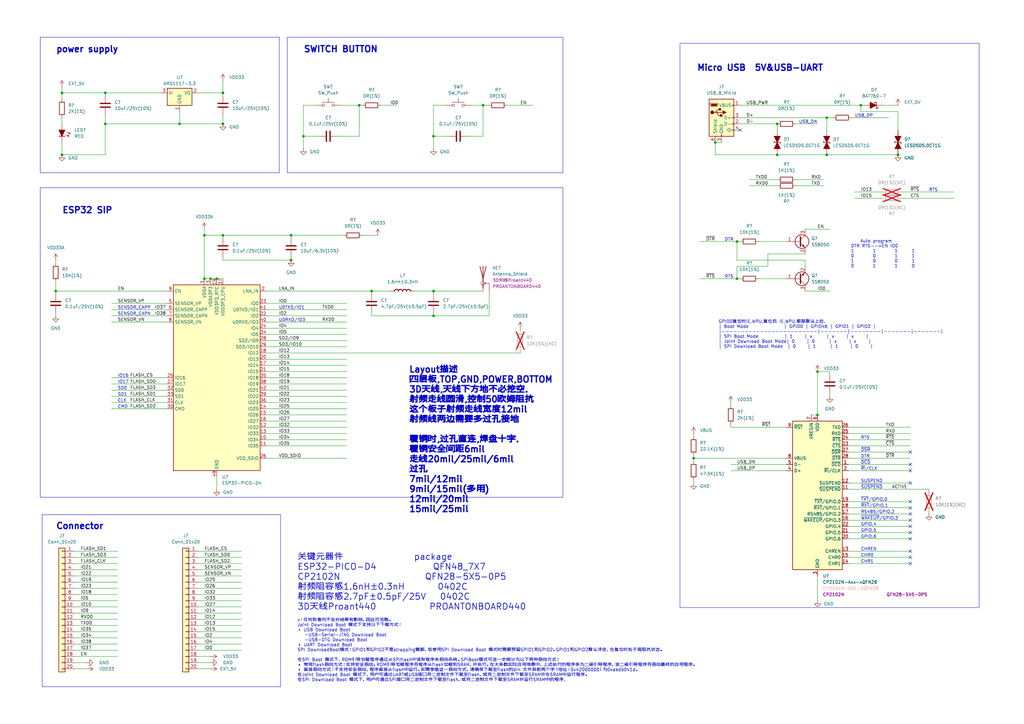
<source format=kicad_sch>
(kicad_sch (version 20250114) (generator "eeschema") (generator_version "9.0")
  (paper "A3")
  (rectangle (start 16.51 15.24) (end 114.554 70.866))
  (rectangle (start 278.892 17.78) (end 401.574 249.174))
  (rectangle (start 16.51 76.962) (end 230.886 203.962))
  (rectangle (start 17.272 211.074) (end 115.062 281.686))
  (rectangle (start 117.856 15.24) (end 230.886 70.866))
  (text "USB_DN" (at 327.66 50.8 0) (effects (font (size 1.27 1.27)) (justify left bottom)))
  (text "CHR1" (at 353.06 231.14 0) (effects (font (size 1.27 1.27)) (justify left bottom)))
  (text "~{DSR}" (at 353.06 185.42 0) (effects (font (size 1.27 1.27)) (justify left bottom)))
  (text "~{TXT}/GPIO.0" (at 353.06 205.74 0) (effects (font (size 1.27 1.27)) (justify left bottom)))
  (text "IO16" (at 48.26 154.94 0) (effects (font (size 1.27 1.27)) (justify left bottom)))
  (text "U0TXD/IO1" (at 114.3 127 0) (effects (font (size 1.27 1.27)) (justify left bottom)))
  (text "power supply" (exclude_from_sim yes) (at 22.86 20.32 0) (effects (font (size 2.54 2.54) (thickness 0.508) (bold yes)) (justify left)))
  (text "Connector" (at 22.86 215.9 0) (effects (font (size 2.54 2.54) (thickness 0.508) (bold yes)) (justify left)))
  (text "Layout描述\n四层板,TOP,GND,POWER,BOTTOM\n3D天线,天线下方地不必挖空.\n射频走线圆滑,控制50欧姆阻抗\n这个板子射频走线宽度12mil\n射频线两边需要多过孔接地\n\n覆铜时,过孔直连,焊盘十字.\n覆铜安全间距6mil\n走线20mil/25mil/6mil\n过孔 \n7mil/12mil\n9mil/15mil(多用)\n12mil/20mil\n15mil/25mil" (exclude_from_sim yes) (at 167.64 180.34 0) (effects (font (size 2.54 2.54) (thickness 0.508) (bold yes)) (justify left)))
  (text "RTS" (at 353.06 180.34 0) (effects (font (size 1.27 1.27)) (justify left bottom)))
  (text "SD0" (at 48.26 160.02 0) (effects (font (size 1.27 1.27)) (justify left bottom)))
  (text "SUSPEND" (at 353.06 198.12 0) (effects (font (size 1.27 1.27)) (justify left bottom)))
  (text "~{SUSPEND}" (at 353.06 200.66 0) (effects (font (size 1.27 1.27)) (justify left bottom)))
  (text "~{DCD}" (at 353.06 190.5 0) (effects (font (size 1.27 1.27)) (justify left bottom)))
  (text "~{WAKEUP}/GPIO.3" (at 353.06 213.36 0) (effects (font (size 1.27 1.27)) (justify left bottom)))
  (text "SWITCH BUTTON" (at 124.46 20.32 0) (effects (font (size 2.54 2.54) (thickness 0.508) (bold yes)) (justify left)))
  (text "RTS" (at 297.18 114.3 0) (effects (font (size 1.27 1.27)) (justify left bottom)))
  (text "关键元器件               package\nESP32-PICO-D4            QFN48_7X7 	\nCP2102N                  QFN28-5X5-0P5\n射频阻容感1.6nH±0.3nH       0402C\n射频阻容感2.7pF±0.5pF/25V   0402C\n3D天线Proant440 		  PROANTONBOARD440" (exclude_from_sim yes) (at 121.92 238.76 0) (effects (font (size 2.54 2.54) (thickness 0.254) (bold yes)) (justify left)))
  (text "USB_DP" (at 350.52 48.26 0) (effects (font (size 1.27 1.27)) (justify left bottom)))
  (text "DTR" (at 297.18 99.06 0) (effects (font (size 1.27 1.27)) (justify left bottom)))
  (text "CHR0" (at 353.06 228.6 0) (effects (font (size 1.27 1.27)) (justify left bottom)))
  (text "~{RXT}/GPIO.1" (at 353.06 208.28 0) (effects (font (size 1.27 1.27)) (justify left bottom)))
  (text "Micro USB  5V&USB-UART" (at 285.75 27.94 0) (effects (font (size 2.54 2.54) (thickness 0.508) (bold yes)) (justify left)))
  (text "CMD" (at 48.26 167.64 0) (effects (font (size 1.27 1.27)) (justify left bottom)))
  (text "GPIO.4" (at 353.06 215.9 0) (effects (font (size 1.27 1.27)) (justify left bottom)))
  (text "RS485/GPIO.2" (at 353.06 210.82 0) (effects (font (size 1.27 1.27)) (justify left bottom)))
  (text "ESP32 SIP\n" (at 25.4 86.36 0) (effects (font (size 2.54 2.54) (thickness 0.508) (bold yes)) (justify left)))
  (text "     Auto program\n DTR RTS-->EN IO0\n 1        1        1      1\n 0        0        1      1\n 1        0        0      1\n 0        1        1      0" (at 347.98 104.14 0) (effects (font (size 1.27 1.27)) (justify left)))
  (text "IO17" (at 48.26 157.48 0) (effects (font (size 1.27 1.27)) (justify left bottom)))
  (text "GPIO0复位时IE,WPU,复位后 IE,WPU,都是默认上拉.\n| Boot Mode               | GPIO0 | GPIO46 | GPIO1 | GPIO2 |\n|-------------------------|-------|--------|-------|-------|\n| SPI Boot Mode           | 1     | x      | x     | x     |\n| Joint Download Boot Mode| 0     | 0      | x     | x     |\n| SPI Download Boot Mode  | 0     | 1      | 1     | 0     |" (at 294.64 137.16 0) (effects (font (size 1.27 1.27)) (justify left)))
  (text "~{RI}/CLK" (at 353.06 193.04 0) (effects (font (size 1.27 1.27)) (justify left bottom)))
  (text "U0RXD/IO3" (at 114.3 132.08 0) (effects (font (size 1.27 1.27)) (justify left bottom)))
  (text "GPIO.5" (at 353.06 218.44 0) (effects (font (size 1.27 1.27)) (justify left bottom)))
  (text "DTR" (at 353.06 187.96 0) (effects (font (size 1.27 1.27)) (justify left bottom)))
  (text "CLK" (at 48.26 165.1 0) (effects (font (size 1.27 1.27)) (justify left bottom)))
  (text "CHREN" (at 353.06 226.06 0) (effects (font (size 1.27 1.27)) (justify left bottom)))
  (text "RTS" (at 381 78.74 0) (effects (font (size 1.27 1.27)) (justify left bottom)))
  (text "x：任何取值均不会对结果有影响，因此可忽略。\nJoint Download Boot 模式下支持以下下载方式：\n• USB Download Boot\n   -USB-Serial-JTAG Download Boot\n   -USB-OTG Download Boot\n• UART Download Boot\nSPI DownloadBoot模式：GPIO1和GPIO2不是strapping管脚，但使用SPI Download Boot 模式时需要预留GPIO1和GPIO2。GPIO1和GPIO2默认浮空，在复位时处于高阻抗状态。\n\n在SPI Boot 模式下，ROM引导加载程序通过从SPIflash中读取程序来启动系统。SPIBoot模式可进一步细分为以下两种启动方式：\n• 常规flash启动方式：支持安全启动。ROM引导加载程序将程序从flash加载到SRAM，并执行。在大多数实际应用场景中，上述执行的程序多为二级引导程序，该二级引导程序将启动最终的应用程序。\n• 直接启动方式：不支持安全启动，程序直接从flash中运行。如需使能这一启动方式，请确保下载至flash的bin 文件其前两个字（地址：0x42000000）为0xaedb041d。\n在Joint Download Boot 模式下，用户可通过UART或USB接口将二进制文件下载至flash，或将二进制文件下载至SRAM并在SRAM中运行程序。\n在SPI Download Boot 模式下，用户可通过SPI接口将二进制文件下载至flash，或将二进制文件下载至SRAM并运行SRAM中的程序." (at 121.92 266.7 0) (effects (font (size 1.27 1.27)) (justify left)))
  (text "SENSOR_CAPN" (at 48.26 129.54 0) (effects (font (size 1.27 1.27)) (justify left bottom)))
  (text "GPIO.6" (at 353.06 220.98 0) (effects (font (size 1.27 1.27)) (justify left bottom)))
  (text "SD1" (at 48.26 162.56 0) (effects (font (size 1.27 1.27)) (justify left bottom)))
  (text "SENSOR_CAPP" (at 48.26 127 0) (effects (font (size 1.27 1.27)) (justify left bottom)))
  (junction (at 177.8 129.54))
  (junction (at 177.8 55.88))
  (junction (at 152.4 119.38))
  (junction (at 43.18 50.8))
  (junction (at 88.9 114.3))
  (junction (at 177.8 119.38))
  (junction (at 119.38 106.68))
  (junction (at 318.77 50.8))
  (junction (at 83.82 96.52))
  (junction (at 86.36 114.3))
  (junction (at 302.26 114.3))
  (junction (at 119.38 96.52))
  (junction (at 339.09 63.5))
  (junction (at 73.66 50.8))
  (junction (at 335.28 152.4))
  (junction (at 284.48 187.96))
  (junction (at 302.26 99.06))
  (junction (at 25.4 38.1))
  (junction (at 147.32 43.18))
  (junction (at 339.09 48.26))
  (junction (at 353.06 43.18))
  (junction (at 83.82 114.3))
  (junction (at 368.3 63.5))
  (junction (at 91.44 38.1))
  (junction (at 25.4 63.5))
  (junction (at 91.44 96.52))
  (junction (at 22.86 119.38))
  (junction (at 43.18 38.1))
  (junction (at 318.77 63.5))
  (junction (at 293.37 58.42))
  (junction (at 335.28 170.18))
  (junction (at 91.44 50.8))
  (junction (at 124.46 55.88))
  (junction (at 198.12 43.18))
  (no_connect (at 373.38 190.5))
  (no_connect (at 373.38 205.74))
  (no_connect (at 373.38 220.98))
  (no_connect (at 373.38 218.44))
  (no_connect (at 303.53 53.34))
  (no_connect (at 373.38 213.36))
  (no_connect (at 373.38 208.28))
  (no_connect (at 373.38 210.82))
  (no_connect (at 373.38 231.14))
  (no_connect (at 373.38 193.04))
  (no_connect (at 373.38 226.06))
  (no_connect (at 373.38 198.12))
  (no_connect (at 373.38 215.9))
  (no_connect (at 373.38 228.6))
  (no_connect (at 373.38 185.42))
  (wire (pts (xy 208.026 43.18) (xy 218.44 43.18)))
  (wire (pts (xy 177.8 120.65) (xy 177.8 119.38)))
  (wire (pts (xy 91.44 96.52) (xy 91.44 97.79)))
  (wire (pts (xy 83.82 96.52) (xy 91.44 96.52)))
  (wire (pts (xy 30.48 254) (xy 48.26 254)))
  (wire (pts (xy 30.48 241.3) (xy 48.26 241.3)))
  (wire (pts (xy 330.2 106.68) (xy 330.2 109.22)))
  (wire (pts (xy 330.2 93.98) (xy 340.36 93.98)))
  (wire (pts (xy 138.43 55.88) (xy 147.32 55.88)))
  (wire (pts (xy 198.12 43.18) (xy 193.04 43.18)))
  (wire (pts (xy 303.53 48.26) (xy 339.09 48.26)))
  (wire (pts (xy 293.37 58.42) (xy 295.91 58.42)))
  (wire (pts (xy 177.8 119.38) (xy 198.12 119.38)))
  (wire (pts (xy 147.32 43.18) (xy 139.7 43.18)))
  (wire (pts (xy 213.36 143.51) (xy 213.36 144.78)))
  (wire (pts (xy 30.48 248.92) (xy 48.26 248.92)))
  (wire (pts (xy 142.24 154.94) (xy 109.22 154.94)))
  (wire (pts (xy 30.48 259.08) (xy 48.26 259.08)))
  (wire (pts (xy 311.15 114.3) (xy 322.58 114.3)))
  (wire (pts (xy 339.09 48.26) (xy 339.09 53.34)))
  (wire (pts (xy 30.48 233.68) (xy 48.26 233.68)))
  (wire (pts (xy 81.28 228.6) (xy 99.06 228.6)))
  (wire (pts (xy 340.36 161.29) (xy 340.36 162.56)))
  (wire (pts (xy 373.38 208.28) (xy 347.98 208.28)))
  (wire (pts (xy 177.8 129.54) (xy 177.8 128.27)))
  (wire (pts (xy 91.44 38.1) (xy 91.44 39.37)))
  (wire (pts (xy 353.06 43.18) (xy 354.33 43.18)))
  (wire (pts (xy 119.38 105.41) (xy 119.38 106.68)))
  (wire (pts (xy 156.21 43.18) (xy 162.56 43.18)))
  (wire (pts (xy 318.77 63.5) (xy 339.09 63.5)))
  (wire (pts (xy 30.48 266.7) (xy 48.26 266.7)))
  (wire (pts (xy 45.72 162.56) (xy 68.58 162.56)))
  (wire (pts (xy 81.28 236.22) (xy 99.06 236.22)))
  (wire (pts (xy 30.48 231.14) (xy 48.26 231.14)))
  (wire (pts (xy 170.18 119.38) (xy 177.8 119.38)))
  (wire (pts (xy 200.66 119.38) (xy 200.66 129.54)))
  (wire (pts (xy 30.48 274.32) (xy 35.56 274.32)))
  (wire (pts (xy 381 200.66) (xy 381 201.93)))
  (wire (pts (xy 299.72 175.26) (xy 322.58 175.26)))
  (wire (pts (xy 30.48 264.16) (xy 48.26 264.16)))
  (wire (pts (xy 373.38 218.44) (xy 347.98 218.44)))
  (wire (pts (xy 45.72 165.1) (xy 68.58 165.1)))
  (wire (pts (xy 73.66 45.72) (xy 73.66 50.8)))
  (wire (pts (xy 43.18 50.8) (xy 73.66 50.8)))
  (wire (pts (xy 81.28 264.16) (xy 99.06 264.16)))
  (wire (pts (xy 43.18 63.5) (xy 25.4 63.5)))
  (wire (pts (xy 373.38 226.06) (xy 347.98 226.06)))
  (wire (pts (xy 45.72 154.94) (xy 68.58 154.94)))
  (wire (pts (xy 25.4 58.42) (xy 25.4 63.5)))
  (wire (pts (xy 350.52 78.74) (xy 361.95 78.74)))
  (wire (pts (xy 314.96 104.14) (xy 330.2 104.14)))
  (wire (pts (xy 30.48 238.76) (xy 48.26 238.76)))
  (wire (pts (xy 373.38 228.6) (xy 347.98 228.6)))
  (wire (pts (xy 302.26 114.3) (xy 303.53 114.3)))
  (wire (pts (xy 198.12 43.18) (xy 200.406 43.18)))
  (wire (pts (xy 81.28 241.3) (xy 99.06 241.3)))
  (wire (pts (xy 373.38 187.96) (xy 347.98 187.96)))
  (wire (pts (xy 287.02 114.3) (xy 302.26 114.3)))
  (wire (pts (xy 335.28 246.38) (xy 335.28 236.22)))
  (wire (pts (xy 177.8 55.88) (xy 177.8 60.96)))
  (wire (pts (xy 119.38 106.68) (xy 91.44 106.68)))
  (wire (pts (xy 213.36 134.62) (xy 213.36 135.89)))
  (wire (pts (xy 326.39 73.66) (xy 337.82 73.66)))
  (wire (pts (xy 353.06 45.72) (xy 368.3 45.72)))
  (wire (pts (xy 302.26 109.22) (xy 314.96 109.22)))
  (wire (pts (xy 373.38 220.98) (xy 347.98 220.98)))
  (wire (pts (xy 22.86 115.57) (xy 22.86 119.38)))
  (wire (pts (xy 147.32 43.18) (xy 148.59 43.18)))
  (wire (pts (xy 81.28 243.84) (xy 99.06 243.84)))
  (wire (pts (xy 43.18 50.8) (xy 43.18 63.5)))
  (wire (pts (xy 369.57 81.28) (xy 391.16 81.28)))
  (wire (pts (xy 361.95 43.18) (xy 368.3 43.18)))
  (wire (pts (xy 191.77 55.88) (xy 198.12 55.88)))
  (wire (pts (xy 142.24 162.56) (xy 109.22 162.56)))
  (wire (pts (xy 142.24 160.02) (xy 109.22 160.02)))
  (wire (pts (xy 119.38 96.52) (xy 140.97 96.52)))
  (wire (pts (xy 373.38 210.82) (xy 347.98 210.82)))
  (wire (pts (xy 299.72 165.1) (xy 299.72 166.37)))
  (wire (pts (xy 124.46 43.18) (xy 124.46 55.88)))
  (wire (pts (xy 142.24 147.32) (xy 109.22 147.32)))
  (wire (pts (xy 177.8 55.88) (xy 184.15 55.88)))
  (wire (pts (xy 81.28 269.24) (xy 86.36 269.24)))
  (wire (pts (xy 83.82 96.52) (xy 83.82 114.3)))
  (wire (pts (xy 302.26 99.06) (xy 302.26 106.68)))
  (wire (pts (xy 142.24 175.26) (xy 109.22 175.26)))
  (wire (pts (xy 25.4 35.56) (xy 25.4 38.1)))
  (wire (pts (xy 182.88 43.18) (xy 177.8 43.18)))
  (wire (pts (xy 81.28 246.38) (xy 99.06 246.38)))
  (wire (pts (xy 302.26 99.06) (xy 303.53 99.06)))
  (wire (pts (xy 311.15 99.06) (xy 322.58 99.06)))
  (wire (pts (xy 307.34 76.2) (xy 318.77 76.2)))
  (wire (pts (xy 287.02 99.06) (xy 302.26 99.06)))
  (wire (pts (xy 373.38 205.74) (xy 347.98 205.74)))
  (wire (pts (xy 373.38 177.8) (xy 347.98 177.8)))
  (wire (pts (xy 373.38 231.14) (xy 347.98 231.14)))
  (wire (pts (xy 45.72 132.08) (xy 68.58 132.08)))
  (wire (pts (xy 91.44 33.02) (xy 91.44 38.1)))
  (wire (pts (xy 30.48 271.78) (xy 35.56 271.78)))
  (wire (pts (xy 142.24 134.62) (xy 109.22 134.62)))
  (wire (pts (xy 142.24 177.8) (xy 109.22 177.8)))
  (wire (pts (xy 142.24 157.48) (xy 109.22 157.48)))
  (wire (pts (xy 326.39 50.8) (xy 335.28 50.8)))
  (wire (pts (xy 152.4 128.27) (xy 152.4 129.54)))
  (wire (pts (xy 142.24 142.24) (xy 109.22 142.24)))
  (wire (pts (xy 152.4 119.38) (xy 152.4 120.65)))
  (wire (pts (xy 302.26 106.68) (xy 330.2 106.68)))
  (wire (pts (xy 30.48 243.84) (xy 48.26 243.84)))
  (wire (pts (xy 81.28 233.68) (xy 99.06 233.68)))
  (wire (pts (xy 142.24 129.54) (xy 109.22 129.54)))
  (wire (pts (xy 314.96 109.22) (xy 314.96 104.14)))
  (wire (pts (xy 332.74 170.18) (xy 335.28 170.18)))
  (wire (pts (xy 81.28 251.46) (xy 99.06 251.46)))
  (wire (pts (xy 142.24 167.64) (xy 109.22 167.64)))
  (wire (pts (xy 299.72 190.5) (xy 322.58 190.5)))
  (wire (pts (xy 83.82 114.3) (xy 86.36 114.3)))
  (wire (pts (xy 200.66 129.54) (xy 177.8 129.54)))
  (wire (pts (xy 81.28 38.1) (xy 91.44 38.1)))
  (wire (pts (xy 284.48 186.69) (xy 284.48 187.96)))
  (wire (pts (xy 284.48 187.96) (xy 284.48 189.23)))
  (wire (pts (xy 326.39 76.2) (xy 337.82 76.2)))
  (wire (pts (xy 22.86 119.38) (xy 22.86 120.65)))
  (wire (pts (xy 30.48 246.38) (xy 48.26 246.38)))
  (wire (pts (xy 373.38 190.5) (xy 347.98 190.5)))
  (wire (pts (xy 43.18 46.99) (xy 43.18 50.8)))
  (wire (pts (xy 347.98 182.88) (xy 373.38 182.88)))
  (wire (pts (xy 142.24 152.4) (xy 109.22 152.4)))
  (wire (pts (xy 142.24 187.96) (xy 109.22 187.96)))
  (wire (pts (xy 373.38 215.9) (xy 347.98 215.9)))
  (wire (pts (xy 148.59 96.52) (xy 154.94 96.52)))
  (wire (pts (xy 81.28 226.06) (xy 99.06 226.06)))
  (wire (pts (xy 349.25 48.26) (xy 364.49 48.26)))
  (wire (pts (xy 81.28 271.78) (xy 86.36 271.78)))
  (wire (pts (xy 81.28 266.7) (xy 99.06 266.7)))
  (wire (pts (xy 299.72 173.99) (xy 299.72 175.26)))
  (wire (pts (xy 22.86 128.27) (xy 22.86 129.54)))
  (wire (pts (xy 381 209.55) (xy 381 210.82)))
  (wire (pts (xy 293.37 63.5) (xy 293.37 58.42)))
  (wire (pts (xy 45.72 157.48) (xy 68.58 157.48)))
  (wire (pts (xy 25.4 48.26) (xy 25.4 50.8)))
  (wire (pts (xy 284.48 196.85) (xy 284.48 198.12)))
  (wire (pts (xy 373.38 175.26) (xy 347.98 175.26)))
  (wire (pts (xy 347.98 200.66) (xy 381 200.66)))
  (wire (pts (xy 318.77 50.8) (xy 318.77 53.34)))
  (wire (pts (xy 177.8 43.18) (xy 177.8 55.88)))
  (wire (pts (xy 340.36 152.4) (xy 340.36 153.67)))
  (wire (pts (xy 22.86 119.38) (xy 68.58 119.38)))
  (wire (pts (xy 142.24 137.16) (xy 109.22 137.16)))
  (wire (pts (xy 124.46 55.88) (xy 124.46 60.96)))
  (wire (pts (xy 91.44 96.52) (xy 119.38 96.52)))
  (wire (pts (xy 299.72 193.04) (xy 322.58 193.04)))
  (wire (pts (xy 81.28 254) (xy 99.06 254)))
  (wire (pts (xy 109.22 132.08) (xy 142.24 132.08)))
  (wire (pts (xy 142.24 170.18) (xy 109.22 170.18)))
  (wire (pts (xy 373.38 180.34) (xy 347.98 180.34)))
  (wire (pts (xy 373.38 198.12) (xy 347.98 198.12)))
  (wire (pts (xy 124.46 55.88) (xy 130.81 55.88)))
  (wire (pts (xy 350.52 81.28) (xy 361.95 81.28)))
  (wire (pts (xy 284.48 177.8) (xy 284.48 179.07)))
  (wire (pts (xy 307.34 73.66) (xy 318.77 73.66)))
  (wire (pts (xy 152.4 119.38) (xy 160.02 119.38)))
  (wire (pts (xy 88.9 114.3) (xy 91.44 114.3)))
  (wire (pts (xy 30.48 236.22) (xy 48.26 236.22)))
  (wire (pts (xy 81.28 238.76) (xy 99.06 238.76)))
  (wire (pts (xy 81.28 261.62) (xy 99.06 261.62)))
  (wire (pts (xy 373.38 213.36) (xy 347.98 213.36)))
  (wire (pts (xy 142.24 182.88) (xy 109.22 182.88)))
  (wire (pts (xy 81.28 231.14) (xy 99.06 231.14)))
  (wire (pts (xy 43.18 38.1) (xy 43.18 39.37)))
  (wire (pts (xy 25.4 38.1) (xy 43.18 38.1)))
  (wire (pts (xy 30.48 228.6) (xy 48.26 228.6)))
  (wire (pts (xy 81.28 256.54) (xy 99.06 256.54)))
  (wire (pts (xy 91.44 46.99) (xy 91.44 50.8)))
  (wire (pts (xy 293.37 63.5) (xy 318.77 63.5)))
  (wire (pts (xy 86.36 114.3) (xy 88.9 114.3)))
  (wire (pts (xy 335.28 152.4) (xy 340.36 152.4)))
  (wire (pts (xy 30.48 251.46) (xy 48.26 251.46)))
  (wire (pts (xy 353.06 43.18) (xy 353.06 45.72)))
  (wire (pts (xy 119.38 96.52) (xy 119.38 97.79)))
  (wire (pts (xy 142.24 149.86) (xy 109.22 149.86)))
  (wire (pts (xy 45.72 127) (xy 68.58 127)))
  (wire (pts (xy 302.26 109.22) (xy 302.26 114.3)))
  (wire (pts (xy 142.24 172.72) (xy 109.22 172.72)))
  (wire (pts (xy 142.24 127) (xy 109.22 127)))
  (wire (pts (xy 339.09 48.26) (xy 341.63 48.26)))
  (wire (pts (xy 373.38 185.42) (xy 347.98 185.42)))
  (wire (pts (xy 369.57 78.74) (xy 391.16 78.74)))
  (wire (pts (xy 109.22 119.38) (xy 152.4 119.38)))
  (wire (pts (xy 73.66 50.8) (xy 91.44 50.8)))
  (wire (pts (xy 142.24 165.1) (xy 109.22 165.1)))
  (wire (pts (xy 88.9 200.66) (xy 88.9 195.58)))
  (wire (pts (xy 45.72 167.64) (xy 68.58 167.64)))
  (wire (pts (xy 43.18 38.1) (xy 66.04 38.1)))
  (wire (pts (xy 198.12 55.88) (xy 198.12 43.18)))
  (wire (pts (xy 330.2 119.38) (xy 340.36 119.38)))
  (wire (pts (xy 30.48 256.54) (xy 48.26 256.54)))
  (wire (pts (xy 284.48 187.96) (xy 322.58 187.96)))
  (wire (pts (xy 368.3 45.72) (xy 368.3 53.34)))
  (wire (pts (xy 45.72 160.02) (xy 68.58 160.02)))
  (wire (pts (xy 339.09 63.5) (xy 368.3 63.5)))
  (wire (pts (xy 142.24 124.46) (xy 109.22 124.46)))
  (wire (pts (xy 25.4 38.1) (xy 25.4 40.64)))
  (wire (pts (xy 335.28 152.4) (xy 335.28 170.18)))
  (wire (pts (xy 91.44 105.41) (xy 91.44 106.68)))
  (wire (pts (xy 30.48 226.06) (xy 48.26 226.06)))
  (wire (pts (xy 109.22 144.78) (xy 213.36 144.78)))
  (wire (pts (xy 142.24 139.7) (xy 109.22 139.7)))
  (wire (pts (xy 30.48 269.24) (xy 48.26 269.24)))
  (wire (pts (xy 22.86 106.68) (xy 22.86 107.95)))
  (wire (pts (xy 45.72 124.46) (xy 68.58 124.46)))
  (wire (pts (xy 81.28 259.08) (xy 99.06 259.08)))
  (wire (pts (xy 142.24 180.34) (xy 109.22 180.34)))
  (wire (pts (xy 83.82 93.98) (xy 83.82 96.52)))
  (wire (pts (xy 147.32 55.88) (xy 147.32 43.18)))
  (wire (pts (xy 303.53 43.18) (xy 353.06 43.18)))
  (wire (pts (xy 30.48 261.62) (xy 48.26 261.62)))
  (wire (pts (xy 81.28 274.32) (xy 86.36 274.32)))
  (wire (pts (xy 373.38 193.04) (xy 347.98 193.04)))
  (wire (pts (xy 81.28 248.92) (xy 99.06 248.92)))
  (wire (pts (xy 152.4 129.54) (xy 177.8 129.54)))
  (wire (pts (xy 303.53 50.8) (xy 318.77 50.8)))
  (wire (pts (xy 45.72 129.54) (xy 68.58 129.54)))
  (wire (pts (xy 129.54 43.18) (xy 124.46 43.18)))
  (label "IO23" (at 33.02 241.3 0))
  (label "IO18" (at 33.02 243.84 0))
  (label "FLASH_SD1" (at 53.34 162.56 0))
  (label "IO18" (at 114.3 154.94 0))
  (label "RXD0" (at 309.88 76.2 0))
  (label "IO25" (at 83.82 238.76 0))
  (label "IO0" (at 335.28 119.38 0))
  (label "RXD" (at 363.22 177.8 0))
  (label "IO27" (at 83.82 248.92 0))
  (label "IO38" (at 33.02 264.16 0))
  (label "FLASH_CLK" (at 33.02 231.14 0))
  (label "~{CTS}" (at 363.22 182.88 0))
  (label "IO35" (at 33.02 259.08 0))
  (label "IO34" (at 33.02 261.62 0))
  (label "IO5" (at 114.3 137.16 0))
  (label "USB_DN" (at 302.26 190.5 0))
  (label "IO27" (at 114.3 172.72 0))
  (label "IO21" (at 33.02 233.68 0))
  (label "IO9" (at 33.02 251.46 0))
  (label "IO26" (at 114.3 170.18 0))
  (label "IO22" (at 33.02 236.22 0))
  (label "IO26" (at 83.82 241.3 0))
  (label "FLASH_SD2" (at 83.82 231.14 0))
  (label "TXD" (at 332.74 76.2 0))
  (label "IO14" (at 114.3 149.86 0))
  (label "IO35" (at 114.3 182.88 0))
  (label "IO15" (at 353.06 81.28 0))
  (label "SD3/IO10" (at 114.3 142.24 0))
  (label "IO37" (at 63.5 127 0))
  (label "~{RTS}" (at 373.38 78.74 0))
  (label "RXD" (at 332.74 73.66 0))
  (label "IO33" (at 114.3 177.8 0))
  (label "FLASH_CS" (at 53.34 154.94 0))
  (label "IO13" (at 114.3 147.32 0))
  (label "FLASH_CS" (at 83.82 226.06 0))
  (label "IO37" (at 33.02 266.7 0))
  (label "IO34" (at 114.3 180.34 0))
  (label "SENSOR_VN" (at 83.82 236.22 0))
  (label "TXD0" (at 132.08 127 0))
  (label "TXD0" (at 309.88 73.66 0))
  (label "~{DTR}" (at 363.22 187.96 0))
  (label "IO21" (at 114.3 160.02 0))
  (label "CTS" (at 373.38 81.28 0))
  (label "IO25" (at 114.3 167.64 0))
  (label "SENSOR_VP" (at 83.82 233.68 0))
  (label "FLASH_SD3" (at 33.02 228.6 0))
  (label "FLASH_SD2" (at 53.34 167.64 0))
  (label "IO19" (at 33.02 238.76 0))
  (label "RXD0" (at 33.02 254 0))
  (label "LNA_IN" (at 114.3 119.38 0))
  (label "SD2/IO9" (at 114.3 139.7 0))
  (label "IO32" (at 114.3 175.26 0))
  (label "FLASH_SD3" (at 53.34 160.02 0))
  (label "EN" (at 213.36 43.18 0))
  (label "IO38" (at 63.5 129.54 0))
  (label "USB_PWR" (at 306.07 43.18 0))
  (label "RXD0" (at 132.08 132.08 0))
  (label "FLASH_CLK" (at 53.34 165.1 0))
  (label "~{RTS}" (at 289.56 114.3 0))
  (label "IO15" (at 83.82 259.08 0))
  (label "~{DTR}" (at 289.56 99.06 0))
  (label "IO10" (at 33.02 248.92 0))
  (label "IO4" (at 83.82 264.16 0))
  (label "SENSOR_VN" (at 48.26 132.08 0))
  (label "~{RST}" (at 312.42 175.26 0))
  (label "IO14" (at 83.82 251.46 0))
  (label "IO2" (at 83.82 261.62 0))
  (label "TXD" (at 363.22 175.26 0))
  (label "IO0" (at 83.82 266.7 0))
  (label "IO13" (at 353.06 78.74 0))
  (label "IO0" (at 160.02 43.18 0))
  (label "IO33" (at 83.82 246.38 0))
  (label "EN" (at 335.28 93.98 0))
  (label "EN" (at 48.26 119.38 0))
  (label "IO15" (at 114.3 152.4 0))
  (label "IO4" (at 114.3 134.62 0))
  (label "USB_DP" (at 302.26 193.04 0))
  (label "IO12" (at 83.82 254 0))
  (label "FLASH_SD1" (at 33.02 226.06 0))
  (label "IO22" (at 114.3 162.56 0))
  (label "IO32" (at 83.82 243.84 0))
  (label "IO5" (at 33.02 246.38 0))
  (label "D+" (at 306.07 48.26 0))
  (label "FLASH_SD0" (at 83.82 228.6 0))
  (label "IO19" (at 114.3 157.48 0))
  (label "IO2" (at 114.3 129.54 0))
  (label "TXD0" (at 33.02 256.54 0))
  (label "SENSOR_VP" (at 48.26 124.46 0))
  (label "D-" (at 306.07 50.8 0))
  (label "~{RTS}" (at 363.22 180.34 0))
  (label "IO0" (at 114.3 124.46 0))
  (label "EN" (at 33.02 269.24 0))
  (label "VDD_SDIO" (at 114.3 187.96 0))
  (label "FLASH_SD0" (at 53.34 157.48 0))
  (label "ACTIVE" (at 365.76 200.66 0))
  (label "IO13" (at 83.82 256.54 0))
  (label "IO23" (at 114.3 165.1 0))
  (label "IO12" (at 114.3 144.78 0))
  (symbol (lib_id "Transistor_BJT:SS8050") (at 327.66 99.06 0) (unit 1)
    (property "Reference" "Q?" (at 332.74 97.7899 0) (effects (justify left)))
    (property "Value" "SS8050" (at 332.74 100.3299 0) (effects (justify left)))
    (property "Footprint" "Package_TO_SOT_SMD:SOT-23" (effects (hide yes)))
    (property "Datasheet" "http://www.secosgmbh.com/datasheet/products/SSMPTransistor/SOT-23/SS8050.pdf" (effects (hide yes)))
    (property "Description" "General Purpose NPN Transistor, 1.5A Ic, 25V Vce, SOT-23" (effects (hide yes)))
  )
  (symbol (lib_id "PCM_Resistor_AKL:R_1206") (at 307.34 114.3 90) (unit 1)
    (property "Reference" "R?" (at 307.34 107.95 90))
    (property "Value" "10K(1%)" (at 307.34 110.49 90))
    (property "Footprint" "PCM_Resistor_SMD_AKL:R_1206_3216Metric" (effects (hide yes)))
    (property "Description" "SMD 1206 Chip Resistor, European Symbol, Alternate KiCad Library" (effects (hide yes)))
  )
  (symbol (lib_id "power:GND") (at 335.28 246.38 0) (unit 1)
    (property "Reference" "#PWR?" (effects (hide yes)))
    (property "Value" "GND" (at 337.82 247.6499 0) (effects (justify left)))
    (property "Description" "Power symbol creates a global label with name \"GND\" , ground" (effects (hide yes)))
  )
  (symbol (lib_id "PCM_Capacitor_AKL:C_1206") (at 187.96 55.88 270) (unit 1)
    (property "Reference" "C?" (at 187.96 48.26 90))
    (property "Value" "0.1uF/25V(10%)" (at 187.96 50.8 90))
    (property "Footprint" "PCM_Capacitor_SMD_AKL:C_1206_3216Metric" (effects (hide yes)))
    (property "Description" "SMD 1206 MLCC capacitor, Alternate KiCad Library" (effects (hide yes)))
  )
  (symbol (lib_id "power:GND") (at 124.46 60.96 0) (unit 1)
    (property "Reference" "#PWR?" (effects (hide yes)))
    (property "Value" "GND" (at 127 62.2299 0) (effects (justify left)))
    (property "Description" "Power symbol creates a global label with name \"GND\" , ground" (effects (hide yes)))
  )
  (symbol (lib_id "Connector_Generic:Conn_01x20") (at 76.2 248.92 0) (mirror y) (unit 1)
    (property "Reference" "J?" (at 76.2 219.71 0))
    (property "Value" "Conn_01x20" (at 76.2 222.25 0))
    (property "Description" "Generic connector, single row, 01x20, script generated (kicad-library-utils/schlib/autogen/connector/)" (effects (hide yes)))
  )
  (symbol (lib_id "PCM_Resistor_AKL:R_1206") (at 299.72 170.18 180) (unit 1)
    (property "Reference" "R?" (at 302.26 168.9099 0) (effects (justify right)))
    (property "Value" "2K(1%)" (at 302.26 171.4499 0) (effects (justify right)))
    (property "Footprint" "PCM_Resistor_SMD_AKL:R_1206_3216Metric" (effects (hide yes)))
    (property "Description" "SMD 1206 Chip Resistor, European Symbol, Alternate KiCad Library" (effects (hide yes)))
  )
  (symbol (lib_id "power:+5V") (at 22.86 106.68 0) (unit 1)
    (property "Reference" "#PWR?" (effects (hide yes)))
    (property "Value" "VDD33A" (at 22.86 101.6 0))
    (property "Description" "Power symbol creates a global label with name \"+5V\"" (effects (hide yes)))
  )
  (symbol (lib_id "Device:Antenna_Shield") (at 198.12 114.3 0) (unit 1)
    (property "Reference" "AE?" (at 201.93 109.8549 0) (effects (justify left)))
    (property "Value" "Antenna_Shield" (at 201.93 112.3949 0) (effects (justify left)))
    (property "Description" "Antenna with extra pin for shielding" (effects (hide yes)))
    (property "MS" "3D天线Proant440 " (at 201.93 114.9349 0) (effects (justify left)))
    (property "MS2" "PROANTONBOARD440" (at 201.93 117.4749 0) (effects (justify left)))
  )
  (symbol (lib_id "Connector_Generic:Conn_01x20") (at 25.4 248.92 0) (mirror y) (unit 1)
    (property "Reference" "J?" (at 25.4 219.71 0))
    (property "Value" "Conn_01x20" (at 25.4 222.25 0))
    (property "Description" "Generic connector, single row, 01x20, script generated (kicad-library-utils/schlib/autogen/connector/)" (effects (hide yes)))
  )
  (symbol (lib_id "PCM_Resistor_AKL:R_1206") (at 204.216 43.18 90) (unit 1)
    (property "Reference" "R?" (at 204.216 36.83 90))
    (property "Value" "0R(1%)" (at 204.216 39.37 90))
    (property "Footprint" "PCM_Resistor_SMD_AKL:R_1206_3216Metric" (effects (hide yes)))
    (property "Description" "SMD 1206 Chip Resistor, European Symbol, Alternate KiCad Library" (effects (hide yes)))
  )
  (symbol (lib_id "Library:LESD5D5.0CT1G") (at 368.3 58.42 90) (unit 1)
    (property "Reference" "D?" (at 370.84 57.1499 90) (effects (justify right)))
    (property "Value" "LESD5D5.0CT1G" (at 370.84 59.6899 90) (effects (justify right)))
    (property "Footprint" "Diode_SMD:D_SOD-523" (effects (hide yes)))
    (property "Datasheet" "https://www.jlc-smt.com/lcsc/detail?componentCode=C383211&spm=smt-pc.search-result.list.0" (effects (hide yes)))
    (property "Description" "Bidirectional TVS Diode, Generic symbol, Alternate KiCAD Library" (effects (hide yes)))
  )
  (symbol (lib_id "MCU_Espressif:ESP32-PICO-D4") (at 88.9 154.94 0) (unit 1)
    (property "Reference" "U?" (at 91.0433 195.58 0) (effects (justify left)))
    (property "Value" "ESP32-PICO-D4" (at 91.0433 198.12 0) (effects (justify left)))
    (property "Footprint" "Package_DFN_QFN:QFN-48-1EP_7x7mm_P0.5mm_EP5.3x5.3mm" (effects (hide yes)))
    (property "Datasheet" "https://www.espressif.com/sites/default/files/documentation/esp32-pico-d4_datasheet_en.pdf" (effects (hide yes)))
    (property "Description" "RF Module, ESP32 SoC, Wi-Fi 802.11b/g/n, Bluetooth, BLE, 32-bit, 2.7-3.6V, external antenna, QFN-48" (effects (hide yes)))
  )
  (symbol (lib_id "PCM_Resistor_AKL:R_1206") (at 213.36 139.7 0) (unit 1) (dnp yes)
    (property "Reference" "R?" (at 215.9 138.4299 0) (effects (justify left)))
    (property "Value" "10K(5%)(NC)" (at 215.9 140.9699 0) (effects (justify left)))
    (property "Footprint" "PCM_Resistor_SMD_AKL:R_1206_3216Metric" (effects (hide yes)))
    (property "Description" "SMD 1206 Chip Resistor, European Symbol, Alternate KiCad Library" (effects (hide yes)))
  )
  (symbol (lib_id "PCM_Capacitor_AKL:C_1206") (at 119.38 101.6 0) (unit 1)
    (property "Reference" "C?" (at 123.19 100.3299 0) (effects (justify left)))
    (property "Value" "10uF/6.3V(10%)" (at 123.19 102.8699 0) (effects (justify left)))
    (property "Footprint" "PCM_Capacitor_SMD_AKL:C_1206_3216Metric" (effects (hide yes)))
    (property "Description" "SMD 1206 MLCC capacitor, Alternate KiCad Library" (effects (hide yes)))
  )
  (symbol (lib_id "power:+5V") (at 91.44 33.02 0) (unit 1)
    (property "Reference" "#PWR?" (effects (hide yes)))
    (property "Value" "VDD33" (at 93.98 31.7499 0) (effects (justify left)))
    (property "Description" "Power symbol creates a global label with name \"+5V\"" (effects (hide yes)))
  )
  (symbol (lib_id "power:GND") (at 368.3 63.5 0) (unit 1)
    (property "Reference" "#PWR?" (effects (hide yes)))
    (property "Value" "GND" (at 370.84 64.7699 0) (effects (justify left)))
    (property "Description" "Power symbol creates a global label with name \"GND\" , ground" (effects (hide yes)))
  )
  (symbol (lib_id "PCM_Resistor_AKL:R_1206") (at 307.34 99.06 90) (unit 1)
    (property "Reference" "R?" (at 307.34 92.71 90))
    (property "Value" "10K(1%)" (at 307.34 95.25 90))
    (property "Footprint" "PCM_Resistor_SMD_AKL:R_1206_3216Metric" (effects (hide yes)))
    (property "Description" "SMD 1206 Chip Resistor, European Symbol, Alternate KiCad Library" (effects (hide yes)))
  )
  (symbol (lib_id "Connector:USB_B_Micro") (at 295.91 48.26 0) (unit 1)
    (property "Reference" "J?" (at 295.91 35.56 0))
    (property "Value" "USB_B_Micro" (at 295.91 38.1 0))
    (property "Description" "USB Micro Type B connector" (effects (hide yes)))
  )
  (symbol (lib_id "power:GND") (at 177.8 60.96 0) (unit 1)
    (property "Reference" "#PWR?" (effects (hide yes)))
    (property "Value" "GND" (at 180.34 62.2299 0) (effects (justify left)))
    (property "Description" "Power symbol creates a global label with name \"GND\" , ground" (effects (hide yes)))
  )
  (symbol (lib_id "power:GND") (at 86.36 271.78 90) (unit 1)
    (property "Reference" "#PWR?" (effects (hide yes)))
    (property "Value" "GND" (at 91.44 271.7799 90) (effects (justify right)))
    (property "Description" "Power symbol creates a global label with name \"GND\" , ground" (effects (hide yes)))
  )
  (symbol (lib_id "power:GND") (at 22.86 129.54 0) (unit 1)
    (property "Reference" "#PWR?" (effects (hide yes)))
    (property "Value" "GND" (at 22.86 134.62 0))
    (property "Description" "Power symbol creates a global label with name \"GND\" , ground" (effects (hide yes)))
  )
  (symbol (lib_id "Regulator_Linear:AMS1117-3.3") (at 73.66 38.1 0) (unit 1)
    (property "Reference" "U?" (at 73.66 31.75 0))
    (property "Value" "AMS1117-3.3" (at 73.66 34.29 0))
    (property "Footprint" "Package_TO_SOT_SMD:SOT-223-3_TabPin2" (effects (hide yes)))
    (property "Datasheet" "http://www.advanced-monolithic.com/pdf/ds1117.pdf" (effects (hide yes)))
    (property "Description" "1A Low Dropout regulator, positive, 3.3V fixed output, SOT-223" (effects (hide yes)))
  )
  (symbol (lib_id "PCM_Capacitor_AKL:C_1206") (at 152.4 124.46 0) (unit 1)
    (property "Reference" "C?" (at 156.21 123.1899 0) (effects (justify left)))
    (property "Value" "4.7pF/25V(±0.5pF)" (at 156.21 125.7299 0) (effects (justify left)))
    (property "Footprint" "PCM_Capacitor_SMD_AKL:C_1206_3216Metric" (effects (hide yes)))
    (property "Description" "SMD 1206 MLCC capacitor, Alternate KiCad Library" (effects (hide yes)))
  )
  (symbol (lib_id "PCM_Elektuur:L") (at 165.1 119.38 90) (unit 1)
    (property "Reference" "L?" (at 165.1 113.03 90))
    (property "Value" "1.6nH±0.3nH" (at 165.1 115.57 90))
    (property "Description" "coil/winding/inductor/choke/reactor" (effects (hide yes)))
    (property "Indicator" "●" (effects (hide yes)))
    (property "Rating" "A" (effects (hide yes)))
  )
  (symbol (lib_id "power:+5V") (at 83.82 93.98 0) (unit 1)
    (property "Reference" "#PWR?" (effects (hide yes)))
    (property "Value" "VDD33A" (at 83.82 88.9 0))
    (property "Description" "Power symbol creates a global label with name \"+5V\"" (effects (hide yes)))
  )
  (symbol (lib_id "power:+5V") (at 86.36 269.24 270) (unit 1)
    (property "Reference" "#PWR?" (effects (hide yes)))
    (property "Value" "VDD33" (at 91.44 269.2399 90) (effects (justify left)))
    (property "Description" "Power symbol creates a global label with name \"+5V\"" (effects (hide yes)))
  )
  (symbol (lib_id "Switch:SW_Push") (at 134.62 43.18 0) (unit 1)
    (property "Reference" "SW?" (at 134.62 35.56 0))
    (property "Value" "SW_Push" (at 134.62 38.1 0))
    (property "Footprint" "Button_Switch_THT:SW_PUSH_6mm_H7.3mm" (effects (hide yes)))
    (property "Description" "Push button switch, generic, two pins" (effects (hide yes)))
  )
  (symbol (lib_id "Switch:SW_Push") (at 187.96 43.18 0) (unit 1)
    (property "Reference" "SW?" (at 187.96 35.56 0))
    (property "Value" "SW_Push" (at 187.96 38.1 0))
    (property "Footprint" "Button_Switch_THT:SW_PUSH_6mm_H7.3mm" (effects (hide yes)))
    (property "Description" "Push button switch, generic, two pins" (effects (hide yes)))
  )
  (symbol (lib_id "PCM_Resistor_AKL:R_1206") (at 381 205.74 180) (unit 1) (dnp yes)
    (property "Reference" "R?" (at 383.54 204.4699 0) (effects (justify right)))
    (property "Value" "10K(1%)(NC)" (at 383.54 207.0099 0) (effects (justify right)))
    (property "Footprint" "PCM_Resistor_SMD_AKL:R_1206_3216Metric" (effects (hide yes)))
    (property "Description" "SMD 1206 Chip Resistor, European Symbol, Alternate KiCad Library" (effects (hide yes)))
  )
  (symbol (lib_id "PCM_Resistor_AKL:R_1206") (at 284.48 193.04 180) (unit 1)
    (property "Reference" "R?" (at 287.02 191.7699 0) (effects (justify right)))
    (property "Value" "47.5K(1%)" (at 287.02 194.3099 0) (effects (justify right)))
    (property "Footprint" "PCM_Resistor_SMD_AKL:R_1206_3216Metric" (effects (hide yes)))
    (property "Description" "SMD 1206 Chip Resistor, European Symbol, Alternate KiCad Library" (effects (hide yes)))
  )
  (symbol (lib_id "power:GND") (at 91.44 50.8 0) (unit 1)
    (property "Reference" "#PWR?" (effects (hide yes)))
    (property "Value" "GND" (at 93.98 52.0699 0) (effects (justify left)))
    (property "Description" "Power symbol creates a global label with name \"GND\" , ground" (effects (hide yes)))
  )
  (symbol (lib_id "power:+5V") (at 299.72 165.1 0) (unit 1)
    (property "Reference" "#PWR?" (effects (hide yes)))
    (property "Value" "VDD33" (at 302.26 163.8299 0) (effects (justify left)))
    (property "Description" "Power symbol creates a global label with name \"+5V\"" (effects (hide yes)))
  )
  (symbol (lib_id "power:GND") (at 88.9 200.66 0) (unit 1)
    (property "Reference" "#PWR?" (effects (hide yes)))
    (property "Value" "GND" (at 91.44 201.9299 0) (effects (justify left)))
    (property "Description" "Power symbol creates a global label with name \"GND\" , ground" (effects (hide yes)))
  )
  (symbol (lib_id "PCM_Capacitor_AKL:C_1206") (at 91.44 101.6 0) (unit 1)
    (property "Reference" "C?" (at 95.25 100.3299 0) (effects (justify left)))
    (property "Value" "0.1uF/25V(10%)" (at 95.25 102.8699 0) (effects (justify left)))
    (property "Footprint" "PCM_Capacitor_SMD_AKL:C_1206_3216Metric" (effects (hide yes)))
    (property "Description" "SMD 1206 MLCC capacitor, Alternate KiCad Library" (effects (hide yes)))
  )
  (symbol (lib_id "PCM_Resistor_AKL:R_1206") (at 365.76 81.28 90) (unit 1) (dnp yes)
    (property "Reference" "R?" (at 365.76 87.63 90))
    (property "Value" "0R(1%)(NC)" (at 365.76 85.09 90))
    (property "Footprint" "PCM_Resistor_SMD_AKL:R_1206_3216Metric" (effects (hide yes)))
    (property "Description" "SMD 1206 Chip Resistor, European Symbol, Alternate KiCad Library" (effects (hide yes)))
  )
  (symbol (lib_id "PCM_LED_AKL:LED_1206") (at 25.4 54.61 270) (unit 1)
    (property "Reference" "LED?" (at 30.48 53.3399 90) (effects (justify left)))
    (property "Value" "RED" (at 30.48 55.8799 90) (effects (justify left)))
    (property "Footprint" "PCM_LED_SMD_AKL:LED_1206_3216Metric" (effects (hide yes)))
    (property "Description" "SMD LED, 1206, Alternate KiCad Library" (effects (hide yes)))
  )
  (symbol (lib_id "PCM_Resistor_AKL:R_1206") (at 25.4 44.45 0) (unit 1)
    (property "Reference" "R?" (at 27.94 43.1799 0) (effects (justify left)))
    (property "Value" "2K(1%)" (at 27.94 45.7199 0) (effects (justify left)))
    (property "Footprint" "PCM_Resistor_SMD_AKL:R_1206_3216Metric" (effects (hide yes)))
    (property "Description" "SMD 1206 Chip Resistor, European Symbol, Alternate KiCad Library" (effects (hide yes)))
  )
  (symbol (lib_id "PCM_Capacitor_AKL:C_1206") (at 22.86 124.46 0) (unit 1)
    (property "Reference" "C?" (at 26.67 123.1899 0) (effects (justify left)))
    (property "Value" "0.1uF/25V(10%)" (at 26.67 125.7299 0) (effects (justify left)))
    (property "Footprint" "PCM_Capacitor_SMD_AKL:C_1206_3216Metric" (effects (hide yes)))
    (property "Description" "SMD 1206 MLCC capacitor, Alternate KiCad Library" (effects (hide yes)))
  )
  (symbol (lib_id "power:+5V") (at 368.3 43.18 0) (unit 1)
    (property "Reference" "#PWR?" (effects (hide yes)))
    (property "Value" "EXT_5V" (at 370.84 41.9099 0) (effects (justify left)))
    (property "Description" "Power symbol creates a global label with name \"+5V\"" (effects (hide yes)))
  )
  (symbol (lib_id "power:+5V") (at 86.36 274.32 270) (unit 1)
    (property "Reference" "#PWR?" (effects (hide yes)))
    (property "Value" "EXT_5V" (at 90.17 274.3199 90) (effects (justify left)))
    (property "Description" "Power symbol creates a global label with name \"+5V\"" (effects (hide yes)))
  )
  (symbol (lib_id "PCM_Resistor_AKL:R_1206") (at 345.44 48.26 90) (unit 1)
    (property "Reference" "R?" (at 345.44 39.37 90))
    (property "Value" "0R(1%)" (at 345.44 41.91 90))
    (property "Footprint" "PCM_Resistor_SMD_AKL:R_1206_3216Metric" (effects (hide yes)))
    (property "Description" "SMD 1206 Chip Resistor, European Symbol, Alternate KiCad Library" (effects (hide yes)))
  )
  (symbol (lib_id "PCM_Capacitor_AKL:C_1206") (at 340.36 157.48 0) (unit 1)
    (property "Reference" "C?" (at 344.17 156.2099 0) (effects (justify left)))
    (property "Value" "0.1uF/25V(10%)" (at 344.17 158.7499 0) (effects (justify left)))
    (property "Footprint" "PCM_Capacitor_SMD_AKL:C_1206_3216Metric" (effects (hide yes)))
    (property "Description" "SMD 1206 MLCC capacitor, Alternate KiCad Library" (effects (hide yes)))
  )
  (symbol (lib_id "power:+5V") (at 335.28 152.4 0) (unit 1)
    (property "Reference" "#PWR?" (effects (hide yes)))
    (property "Value" "VDD33" (at 337.82 151.1299 0) (effects (justify left)))
    (property "Description" "Power symbol creates a global label with name \"+5V\"" (effects (hide yes)))
  )
  (symbol (lib_id "power:GND") (at 35.56 271.78 90) (unit 1)
    (property "Reference" "#PWR?" (effects (hide yes)))
    (property "Value" "GND" (at 40.64 271.7799 90) (effects (justify right)))
    (property "Description" "Power symbol creates a global label with name \"GND\" , ground" (effects (hide yes)))
  )
  (symbol (lib_id "PCM_Resistor_AKL:R_1206") (at 322.58 50.8 90) (unit 1)
    (property "Reference" "R?" (at 322.58 41.91 90))
    (property "Value" "0R(1%)" (at 322.58 44.45 90))
    (property "Footprint" "PCM_Resistor_SMD_AKL:R_1206_3216Metric" (effects (hide yes)))
    (property "Description" "SMD 1206 Chip Resistor, European Symbol, Alternate KiCad Library" (effects (hide yes)))
  )
  (symbol (lib_id "PCM_Capacitor_AKL:C_1206") (at 177.8 124.46 0) (unit 1)
    (property "Reference" "C?" (at 181.61 123.1899 0) (effects (justify left)))
    (property "Value" "2.7pF/25V(±0.5pF)" (at 181.61 125.7299 0) (effects (justify left)))
    (property "Footprint" "PCM_Capacitor_SMD_AKL:C_1206_3216Metric" (effects (hide yes)))
    (property "Description" "SMD 1206 MLCC capacitor, Alternate KiCad Library" (effects (hide yes)))
  )
  (symbol (lib_id "power:+5V") (at 213.36 134.62 0) (unit 1)
    (property "Reference" "#PWR?" (effects (hide yes)))
    (property "Value" "VDD33" (at 213.36 129.54 0))
    (property "Description" "Power symbol creates a global label with name \"+5V\"" (effects (hide yes)))
  )
  (symbol (lib_id "power:+5V") (at 25.4 35.56 0) (unit 1)
    (property "Reference" "#PWR?" (effects (hide yes)))
    (property "Value" "EXT_5V" (at 27.94 34.2899 0) (effects (justify left)))
    (property "Description" "Power symbol creates a global label with name \"+5V\"" (effects (hide yes)))
  )
  (symbol (lib_id "power:GND") (at 340.36 162.56 0) (unit 1)
    (property "Reference" "#PWR?" (effects (hide yes)))
    (property "Value" "GND" (at 340.36 167.64 0))
    (property "Description" "Power symbol creates a global label with name \"GND\" , ground" (effects (hide yes)))
  )
  (symbol (lib_id "power:GND") (at 25.4 63.5 0) (unit 1)
    (property "Reference" "#PWR?" (effects (hide yes)))
    (property "Value" "GND" (at 27.94 64.7699 0) (effects (justify left)))
    (property "Description" "Power symbol creates a global label with name \"GND\" , ground" (effects (hide yes)))
  )
  (symbol (lib_id "PCM_Capacitor_AKL:C_1206") (at 134.62 55.88 270) (unit 1)
    (property "Reference" "C?" (at 134.62 48.26 90))
    (property "Value" "0.1uF/25V(10%)" (at 134.62 50.8 90))
    (property "Footprint" "PCM_Capacitor_SMD_AKL:C_1206_3216Metric" (effects (hide yes)))
    (property "Description" "SMD 1206 MLCC capacitor, Alternate KiCad Library" (effects (hide yes)))
  )
  (symbol (lib_id "power:VBUS") (at 284.48 177.8 0) (unit 1)
    (property "Reference" "#PWR?" (effects (hide yes)))
    (property "Value" "VBUS" (at 287.02 176.5299 0) (effects (justify left)))
    (property "Description" "Power symbol creates a global label with name \"VBUS\"" (effects (hide yes)))
  )
  (symbol (lib_id "PCM_Capacitor_AKL:C_1206") (at 43.18 43.18 0) (unit 1)
    (property "Reference" "C?" (at 46.99 41.9099 0) (effects (justify left)))
    (property "Value" "10uF/25V(10%)" (at 46.99 44.4499 0) (effects (justify left)))
    (property "Footprint" "PCM_Capacitor_SMD_AKL:C_1206_3216Metric" (effects (hide yes)))
    (property "Description" "SMD 1206 MLCC capacitor, Alternate KiCad Library" (effects (hide yes)))
  )
  (symbol (lib_id "power:+5V") (at 35.56 274.32 270) (unit 1)
    (property "Reference" "#PWR?" (effects (hide yes)))
    (property "Value" "VDD33" (at 40.64 274.3199 90) (effects (justify left)))
    (property "Description" "Power symbol creates a global label with name \"+5V\"" (effects (hide yes)))
  )
  (symbol (lib_id "power:GND") (at 119.38 106.68 0) (unit 1)
    (property "Reference" "#PWR?" (effects (hide yes)))
    (property "Value" "GND" (at 119.38 111.76 0))
    (property "Description" "Power symbol creates a global label with name \"GND\" , ground" (effects (hide yes)))
  )
  (symbol (lib_id "PCM_Resistor_AKL:R_1206") (at 144.78 96.52 90) (unit 1)
    (property "Reference" "R?" (at 144.78 90.17 90))
    (property "Value" "0R(1%)" (at 144.78 92.71 90))
    (property "Footprint" "PCM_Resistor_SMD_AKL:R_1206_3216Metric" (effects (hide yes)))
    (property "Description" "SMD 1206 Chip Resistor, European Symbol, Alternate KiCad Library" (effects (hide yes)))
  )
  (symbol (lib_id "PCM_Resistor_AKL:R_1206") (at 365.76 78.74 90) (unit 1) (dnp yes)
    (property "Reference" "R?" (at 365.76 72.39 90))
    (property "Value" "0R(1%)(NC)" (at 365.76 74.93 90))
    (property "Footprint" "PCM_Resistor_SMD_AKL:R_1206_3216Metric" (effects (hide yes)))
    (property "Description" "SMD 1206 Chip Resistor, European Symbol, Alternate KiCad Library" (effects (hide yes)))
  )
  (symbol (lib_id "PCM_Resistor_AKL:R_1206") (at 322.58 73.66 90) (unit 1)
    (property "Reference" "R?" (at 322.58 67.31 90))
    (property "Value" "1K(1%)" (at 322.58 69.85 90))
    (property "Footprint" "PCM_Resistor_SMD_AKL:R_1206_3216Metric" (effects (hide yes)))
    (property "Description" "SMD 1206 Chip Resistor, European Symbol, Alternate KiCad Library" (effects (hide yes)))
  )
  (symbol (lib_id "Library:BAT760-7") (at 358.14 43.18 0) (unit 1)
    (property "Reference" "D?" (at 358.4575 36.83 0))
    (property "Value" "BAT760-7" (at 358.4575 39.37 0))
    (property "Footprint" "Diode_SMD:D_SOD-323" (effects (hide yes)))
    (property "Description" "Schottky diode, Generic Symbol, Alternate KiCAD Library" (effects (hide yes)))
  )
  (symbol (lib_id "power:+5V") (at 154.94 96.52 0) (unit 1)
    (property "Reference" "#PWR?" (effects (hide yes)))
    (property "Value" "VDD33" (at 154.94 91.44 0))
    (property "Description" "Power symbol creates a global label with name \"+5V\"" (effects (hide yes)))
  )
  (symbol (lib_id "power:GND") (at 284.48 198.12 0) (unit 1)
    (property "Reference" "#PWR?" (effects (hide yes)))
    (property "Value" "GND" (at 287.02 199.3899 0) (effects (justify left)))
    (property "Description" "Power symbol creates a global label with name \"GND\" , ground" (effects (hide yes)))
  )
  (symbol (lib_id "PCM_Resistor_AKL:R_1206") (at 322.58 76.2 90) (unit 1)
    (property "Reference" "R?" (at 322.58 82.55 90))
    (property "Value" "1K(1%)" (at 322.58 80.01 90))
    (property "Footprint" "PCM_Resistor_SMD_AKL:R_1206_3216Metric" (effects (hide yes)))
    (property "Description" "SMD 1206 Chip Resistor, European Symbol, Alternate KiCad Library" (effects (hide yes)))
  )
  (symbol (lib_id "PCM_Capacitor_AKL:C_1206") (at 91.44 43.18 0) (unit 1)
    (property "Reference" "C?" (at 95.25 41.9099 0) (effects (justify left)))
    (property "Value" "10uF/25V(10%)" (at 95.25 44.4499 0) (effects (justify left)))
    (property "Footprint" "PCM_Capacitor_SMD_AKL:C_1206_3216Metric" (effects (hide yes)))
    (property "Description" "SMD 1206 MLCC capacitor, Alternate KiCad Library" (effects (hide yes)))
  )
  (symbol (lib_id "Transistor_BJT:SS8050") (at 327.66 114.3 0) (mirror x) (unit 1)
    (property "Reference" "Q?" (at 332.74 113.0299 0) (effects (justify left)))
    (property "Value" "SS8050" (at 332.74 115.5699 0) (effects (justify left)))
    (property "Footprint" "Package_TO_SOT_SMD:SOT-23" (effects (hide yes)))
    (property "Datasheet" "http://www.secosgmbh.com/datasheet/products/SSMPTransistor/SOT-23/SS8050.pdf" (effects (hide yes)))
    (property "Description" "General Purpose NPN Transistor, 1.5A Ic, 25V Vce, SOT-23" (effects (hide yes)))
  )
  (symbol (lib_id "power:GND") (at 381 210.82 0) (unit 1)
    (property "Reference" "#PWR?" (effects (hide yes)))
    (property "Value" "GND" (at 383.54 212.0899 0) (effects (justify left)))
    (property "Description" "Power symbol creates a global label with name \"GND\" , ground" (effects (hide yes)))
  )
  (symbol (lib_id "Library:LESD5D5.0CT1G") (at 318.77 58.42 90) (unit 1)
    (property "Reference" "D?" (at 321.31 57.1499 90) (effects (justify right)))
    (property "Value" "LESD5D5.0CT1G" (at 321.31 59.6899 90) (effects (justify right)))
    (property "Footprint" "Diode_SMD:D_SOD-523" (effects (hide yes)))
    (property "Datasheet" "https://www.jlc-smt.com/lcsc/detail?componentCode=C383211&spm=smt-pc.search-result.list.0" (effects (hide yes)))
    (property "Description" "Bidirectional TVS Diode, Generic symbol, Alternate KiCAD Library" (effects (hide yes)))
  )
  (symbol (lib_id "PCM_Resistor_AKL:R_1206") (at 152.4 43.18 90) (unit 1)
    (property "Reference" "R?" (at 152.4 36.83 90))
    (property "Value" "0R(1%)" (at 152.4 39.37 90))
    (property "Footprint" "PCM_Resistor_SMD_AKL:R_1206_3216Metric" (effects (hide yes)))
    (property "Description" "SMD 1206 Chip Resistor, European Symbol, Alternate KiCad Library" (effects (hide yes)))
  )
  (symbol (lib_id "PCM_Resistor_AKL:R_1206") (at 22.86 111.76 0) (unit 1)
    (property "Reference" "R?" (at 25.4 110.4899 0) (effects (justify left)))
    (property "Value" "10K(1%)" (at 25.4 113.0299 0) (effects (justify left)))
    (property "Footprint" "PCM_Resistor_SMD_AKL:R_1206_3216Metric" (effects (hide yes)))
    (property "Description" "SMD 1206 Chip Resistor, European Symbol, Alternate KiCad Library" (effects (hide yes)))
  )
  (symbol (lib_id "Library:LESD5D5.0CT1G") (at 339.09 58.42 90) (unit 1)
    (property "Reference" "D?" (at 341.63 57.1499 90) (effects (justify right)))
    (property "Value" "LESD5D5.0CT1G" (at 341.63 59.6899 90) (effects (justify right)))
    (property "Footprint" "Diode_SMD:D_SOD-523" (effects (hide yes)))
    (property "Datasheet" "https://www.jlc-smt.com/lcsc/detail?componentCode=C383211&spm=smt-pc.search-result.list.0" (effects (hide yes)))
    (property "Description" "Bidirectional TVS Diode, Generic symbol, Alternate KiCAD Library" (effects (hide yes)))
  )
  (symbol (lib_id "Interface_USB:CP2102N-Axx-xQFN28") (at 335.28 203.2 0) (unit 1)
    (property "Reference" "U?" (at 337.4233 236.22 0) (effects (justify left)))
    (property "Value" "CP2102N-Axx-xQFN28" (at 337.4233 238.76 0) (effects (justify left)))
    (property "Footprint" "Package_DFN_QFN:QFN-28-1EP_5x5mm_P0.5mm_EP3.35x3.35mm" (effects (hide yes)))
    (property "Datasheet" "https://www.silabs.com/documents/public/data-sheets/cp2102n-datasheet.pdf" (effects (hide yes)))
    (property "Description" "USB to UART master bridge, QFN-28" (effects (hide yes)))
    (property "MS" "CP2102N-A01-GQFN28" (at 337.4233 241.3 0) (effects (justify left)))
    (property "MS2" "CP2102N                  QFN28-5X5-0P5" (at 337.4233 243.84 0) (effects (justify left)))
  )
  (symbol (lib_id "PCM_Resistor_AKL:R_1206") (at 284.48 182.88 180) (unit 1)
    (property "Reference" "R?" (at 287.02 181.6099 0) (effects (justify right)))
    (property "Value" "22.1K(1%)" (at 287.02 184.1499 0) (effects (justify right)))
    (property "Footprint" "PCM_Resistor_SMD_AKL:R_1206_3216Metric" (effects (hide yes)))
    (property "Description" "SMD 1206 Chip Resistor, European Symbol, Alternate KiCad Library" (effects (hide yes)))
  )
)
</source>
